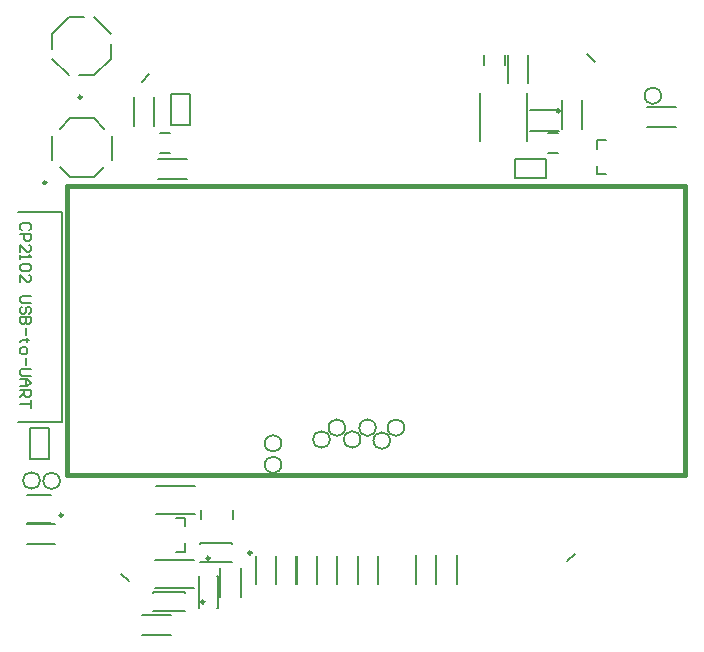
<source format=gto>
G04*
G04 #@! TF.GenerationSoftware,Altium Limited,Altium Designer,22.2.1 (43)*
G04*
G04 Layer_Color=65535*
%FSLAX44Y44*%
%MOMM*%
G71*
G04*
G04 #@! TF.SameCoordinates,94726236-D1AE-4565-9949-D72E77048C11*
G04*
G04*
G04 #@! TF.FilePolarity,Positive*
G04*
G01*
G75*
%ADD10C,0.2500*%
%ADD11C,0.2000*%
%ADD12C,0.2540*%
%ADD13C,0.1500*%
%ADD14C,0.4000*%
D10*
X-130256Y-240500D02*
G03*
X-130256Y-240500I-1250J0D01*
G01*
X-264000Y114500D02*
G03*
X-264000Y114500I-1250J0D01*
G01*
X-90256Y-199000D02*
G03*
X-90256Y-199000I-1250J0D01*
G01*
X-125750Y-203506D02*
G03*
X-125750Y-203506I-1250J0D01*
G01*
X-234164Y186866D02*
G03*
X-234164Y186866I-1250J0D01*
G01*
X-250250Y-167000D02*
G03*
X-250250Y-167000I-1250J0D01*
G01*
D11*
X256500Y188000D02*
G03*
X256500Y188000I-7000J0D01*
G01*
X15000Y-93000D02*
G03*
X15000Y-93000I-7000J0D01*
G01*
X39000D02*
G03*
X39000Y-93000I-7000J0D01*
G01*
X27000Y-104000D02*
G03*
X27000Y-104000I-7000J0D01*
G01*
X2000Y-103000D02*
G03*
X2000Y-103000I-7000J0D01*
G01*
X-11000Y-93000D02*
G03*
X-11000Y-93000I-7000J0D01*
G01*
X-24000Y-103000D02*
G03*
X-24000Y-103000I-7000J0D01*
G01*
X-65000Y-106250D02*
G03*
X-65000Y-106250I-7000J0D01*
G01*
Y-124500D02*
G03*
X-65000Y-124500I-7000J0D01*
G01*
X-269500Y-137750D02*
G03*
X-269500Y-137750I-7000J0D01*
G01*
X-252500Y-138000D02*
G03*
X-252500Y-138000I-7000J0D01*
G01*
X-173450Y-248500D02*
X-146550D01*
X-173450Y-232839D02*
Y-232500D01*
Y-248500D02*
Y-248161D01*
Y-232500D02*
X-146550D01*
Y-232839D02*
Y-232500D01*
Y-248500D02*
Y-248161D01*
X-182581Y-251689D02*
X-158459Y-251689D01*
X-182581Y-268811D02*
X-158459Y-268811D01*
X-171031Y-142469D02*
X-137969D01*
X-171031Y-166031D02*
X-137969D01*
X177019Y-206010D02*
X183383Y-199646D01*
X-200354Y-216617D02*
X-193990Y-222981D01*
X-183383Y199646D02*
X-177019Y206010D01*
X193990Y222981D02*
X200354Y216617D01*
X-189561Y162669D02*
Y186791D01*
X-172439Y162669D02*
Y186791D01*
X-168000Y156791D02*
X-159528D01*
X-168000Y139209D02*
X-159528D01*
X-169061Y134561D02*
X-144939D01*
X-169061Y117439D02*
X-144939D01*
X-252750Y128000D02*
X-243750Y119000D01*
X-223750D02*
X-214750Y128000D01*
X-223750Y169000D02*
X-214750Y160000D01*
X-252750Y160000D02*
X-243750Y169000D01*
X-258750Y134000D02*
Y154000D01*
X-243750Y169000D02*
X-223750D01*
X-243750Y119000D02*
X-223750D01*
X-208750Y134000D02*
Y154000D01*
X202000Y150500D02*
X210000D01*
X202000Y143250D02*
Y150500D01*
Y121500D02*
X210000D01*
X202000D02*
Y128750D01*
X244689Y161189D02*
X268811D01*
X244689Y178311D02*
X268811Y178311D01*
X-133031Y-170482D02*
Y-162518D01*
X-105969Y-170482D02*
Y-162518D01*
X-154505Y-198250D02*
X-146505D01*
Y-191000D01*
X-154505Y-169250D02*
X-146505D01*
Y-176500D02*
Y-169250D01*
X-172031Y-228781D02*
X-138969D01*
X-172031Y-205219D02*
X-138969D01*
X-133450Y-207000D02*
X-106550D01*
X-133450Y-191339D02*
Y-191000D01*
Y-207000D02*
Y-206661D01*
Y-191000D02*
X-106550Y-191000D01*
Y-191339D02*
Y-191000D01*
Y-207000D02*
Y-206661D01*
X-119000Y-245450D02*
Y-218550D01*
X-135000Y-245450D02*
X-134661D01*
X-119339D02*
X-119000D01*
X-135000D02*
Y-218550D01*
X-134661D01*
X-119339D02*
X-119000D01*
X-116561Y-211939D02*
X-116561Y-236061D01*
X-99439D02*
X-99439Y-211939D01*
X66189Y-225061D02*
Y-200939D01*
X83311Y-225061D02*
Y-200939D01*
X48939Y-200939D02*
X48939Y-225061D01*
X66061D02*
X66061Y-200939D01*
X-311Y-225561D02*
X-311Y-201439D01*
X16811D02*
X16811Y-225561D01*
X-17561Y-225561D02*
Y-201439D01*
X-439Y-225561D02*
Y-201439D01*
X-34811Y-225561D02*
Y-201439D01*
X-17689Y-225561D02*
Y-201439D01*
X-52061Y-225561D02*
Y-201439D01*
X-34939Y-225561D02*
Y-201439D01*
X-69311Y-225561D02*
Y-201439D01*
X-52189Y-225561D02*
Y-201439D01*
X-86561Y-201439D02*
X-86561Y-225561D01*
X-69439D02*
X-69439Y-201439D01*
X-236121Y205251D02*
X-223393Y205251D01*
X-209251Y232121D02*
X-209251Y219393D01*
X-244607Y254749D02*
X-231879Y254749D01*
X-258749Y240607D02*
X-258749Y227879D01*
X-258749Y219393D02*
X-244607Y205251D01*
X-258749Y240607D02*
X-244607Y254749D01*
X-223393Y205251D02*
X-209251Y219393D01*
X-223393Y254749D02*
X-209251Y240607D01*
X-288000Y89400D02*
X-251000D01*
Y-88400D02*
Y89400D01*
X-288000Y-88400D02*
X-251000D01*
X-280250Y-150250D02*
X-260250D01*
X-280250Y-173750D02*
X-260250Y-173750D01*
X-280331Y-191561D02*
X-256209D01*
X-280331Y-174439D02*
X-256209D01*
X126689Y222581D02*
X126689Y198459D01*
X143811D02*
X143811Y222581D01*
X106709Y214264D02*
Y222736D01*
X124291Y214264D02*
Y222736D01*
X145939Y175561D02*
X170061D01*
X145939Y158439D02*
X170061D01*
X189561Y159939D02*
Y184061D01*
X172439Y159939D02*
Y184061D01*
X160527Y156791D02*
X169000D01*
X160527Y139209D02*
X169000D01*
X-278502Y74002D02*
X-277003Y75501D01*
Y78500D01*
X-278502Y80000D01*
X-284500D01*
X-286000Y78500D01*
Y75501D01*
X-284500Y74002D01*
X-286000Y71003D02*
X-277003D01*
Y66504D01*
X-278502Y65005D01*
X-281501D01*
X-283001Y66504D01*
Y71003D01*
X-286000Y56008D02*
Y62006D01*
X-280002Y56008D01*
X-278502D01*
X-277003Y57507D01*
Y60506D01*
X-278502Y62006D01*
X-286000Y53009D02*
Y50010D01*
Y51509D01*
X-277003D01*
X-278502Y53009D01*
Y45511D02*
X-277003Y44012D01*
Y41013D01*
X-278502Y39513D01*
X-284500D01*
X-286000Y41013D01*
Y44012D01*
X-284500Y45511D01*
X-278502D01*
X-286000Y30516D02*
Y36514D01*
X-280002Y30516D01*
X-278502D01*
X-277003Y32016D01*
Y35015D01*
X-278502Y36514D01*
X-277003Y18520D02*
X-284500D01*
X-286000Y17020D01*
Y14021D01*
X-284500Y12522D01*
X-277003D01*
X-278502Y3525D02*
X-277003Y5024D01*
Y8023D01*
X-278502Y9523D01*
X-280002D01*
X-281501Y8023D01*
Y5024D01*
X-283001Y3525D01*
X-284500D01*
X-286000Y5024D01*
Y8023D01*
X-284500Y9523D01*
X-277003Y526D02*
X-286000D01*
Y-3973D01*
X-284500Y-5472D01*
X-283001D01*
X-281501Y-3973D01*
Y526D01*
Y-3973D01*
X-280002Y-5472D01*
X-278502D01*
X-277003Y-3973D01*
Y526D01*
X-281501Y-8471D02*
Y-14469D01*
X-278502Y-18968D02*
X-280002D01*
Y-17469D01*
Y-20468D01*
Y-18968D01*
X-284500D01*
X-286000Y-20468D01*
Y-26466D02*
Y-29465D01*
X-284500Y-30964D01*
X-281501D01*
X-280002Y-29465D01*
Y-26466D01*
X-281501Y-24966D01*
X-284500D01*
X-286000Y-26466D01*
X-281501Y-33963D02*
Y-39961D01*
X-277003Y-42960D02*
X-284500D01*
X-286000Y-44460D01*
Y-47459D01*
X-284500Y-48958D01*
X-277003D01*
X-286000Y-51957D02*
X-280002D01*
X-277003Y-54956D01*
X-280002Y-57955D01*
X-286000D01*
X-281501D01*
Y-51957D01*
X-286000Y-60954D02*
X-277003D01*
Y-65453D01*
X-278502Y-66953D01*
X-281501D01*
X-283001Y-65453D01*
Y-60954D01*
Y-63953D02*
X-286000Y-66953D01*
X-277003Y-69952D02*
Y-75950D01*
Y-72951D01*
X-286000D01*
D12*
X170700Y175220D02*
G03*
X170700Y175220I-1270J0D01*
G01*
D13*
X-278000Y-119250D02*
Y-93000D01*
X-262000D01*
Y-119250D02*
Y-93000D01*
X-278000Y-119250D02*
X-262000D01*
X-158000Y163000D02*
Y189250D01*
X-142000D01*
Y163000D02*
Y189250D01*
X-158000Y163000D02*
X-142000D01*
X132650Y118250D02*
X158900D01*
X132650D02*
Y134250D01*
X158900D01*
Y118250D02*
Y134250D01*
X103000Y150000D02*
Y190000D01*
X143000Y150000D02*
Y190000D01*
D14*
X276500Y111500D02*
X276500Y-133500D01*
X-246500Y-133501D02*
X276500Y-133500D01*
X-246500Y111500D02*
X-246500Y-133501D01*
X-246500Y111500D02*
X276500Y111500D01*
M02*

</source>
